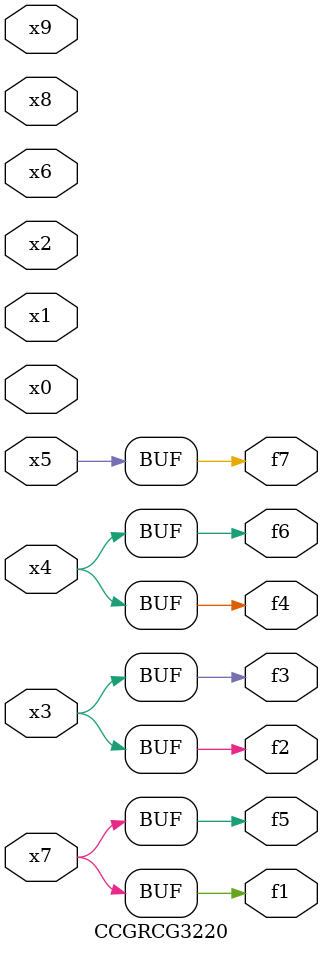
<source format=v>
module CCGRCG3220(
	input x0, x1, x2, x3, x4, x5, x6, x7, x8, x9,
	output f1, f2, f3, f4, f5, f6, f7
);
	assign f1 = x7;
	assign f2 = x3;
	assign f3 = x3;
	assign f4 = x4;
	assign f5 = x7;
	assign f6 = x4;
	assign f7 = x5;
endmodule

</source>
